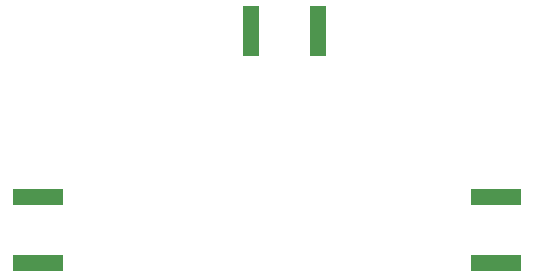
<source format=gbr>
%TF.GenerationSoftware,KiCad,Pcbnew,(6.0.2)*%
%TF.CreationDate,2022-11-21T15:36:14-08:00*%
%TF.ProjectId,tr_switch,74725f73-7769-4746-9368-2e6b69636164,rev?*%
%TF.SameCoordinates,PX4b94250PY699e930*%
%TF.FileFunction,Paste,Bot*%
%TF.FilePolarity,Positive*%
%FSLAX46Y46*%
G04 Gerber Fmt 4.6, Leading zero omitted, Abs format (unit mm)*
G04 Created by KiCad (PCBNEW (6.0.2)) date 2022-11-21 15:36:14*
%MOMM*%
%LPD*%
G01*
G04 APERTURE LIST*
%ADD10R,4.200000X1.350000*%
%ADD11R,1.350000X4.200000*%
G04 APERTURE END LIST*
D10*
%TO.C,J4*%
X2600000Y27175000D03*
X2600000Y32825000D03*
%TD*%
D11*
%TO.C,J6*%
X26325000Y46837500D03*
X20675000Y46837500D03*
%TD*%
D10*
%TO.C,J7*%
X41400000Y27175000D03*
X41400000Y32825000D03*
%TD*%
M02*

</source>
